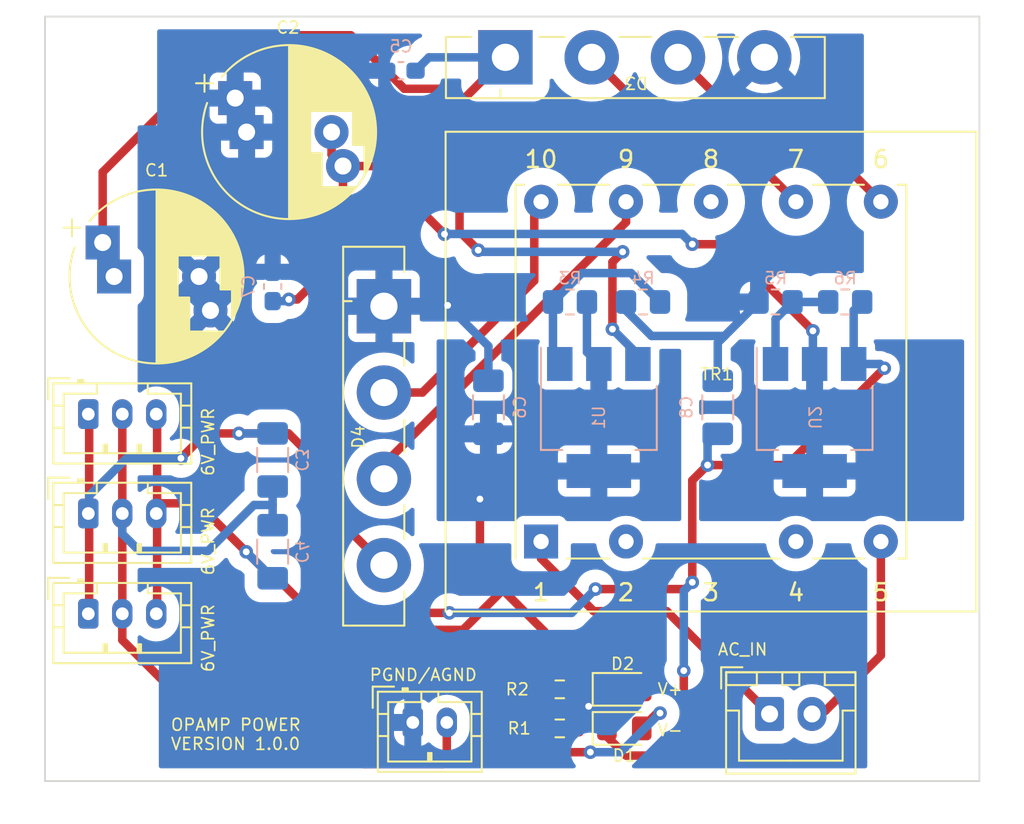
<source format=kicad_pcb>
(kicad_pcb (version 20211014) (generator pcbnew)
  (layers (0 "F.Cu" signal) (31 "B.Cu" signal) (34 "B.Paste" user) (35 "F.Paste" user) (36 "B.SilkS" user "B.Silkscreen") (37 "F.SilkS" user "F.Silkscreen") (38 "B.Mask" user) (39 "F.Mask" user) (44 "Edge.Cuts" user))
  (net 0 "")
  (net 1 "VPOS")
  (net 2 "PGND")
  (net 3 "VNEG")
  (net 4 "Net-(D2-Pad2)")
  (net 5 "+9V")
  (net 6 "-9V")
  (net 7 "-6V")
  (net 8 "+6V")
  (net 9 "Net-(D1-Pad2)")
  (net 10 "Net-(D3-Pad2)")
  (net 11 "Net-(D3-Pad3)")
  (net 12 "Net-(D4-Pad2)")
  (net 13 "Net-(D4-Pad3)")
  (net 14 "Net-(R3-Pad2)")
  (net 15 "Net-(R5-Pad1)")
  (net 16 "AGND")
  (footprint "MountingHole:MountingHole_3.2mm_M3" (layer "F.Cu") (at 113.5 119.25)
    (fp_text reference "H4" hide)
    (fp_text value "MountingHole")
    (pad "" np_thru_hole circle (at 0 0) (size 3.2 3.2) (drill 3.2) (layers *.Cu *.Mask))
  )
  (footprint "Connector_JST:JST_PH_B2B-PH-K_1x02_P2.00mm_Vertical" (layer "F.Cu") (at 132.65 118.55)
    (fp_text reference "J2" hide)
    (fp_text value "Conn_01x02_Male")
    (pad "1" thru_hole roundrect (at 0 0) (size 1.2 1.75) (drill 0.75) (layers *.Cu *.Mask) (roundrect_rratio 0.2083333333) (net 2 "PGND"))
    (pad "2" thru_hole oval (at 2 0) (size 1.2 1.75) (drill 0.75) (layers *.Cu *.Mask) (net 16 "AGND"))
  )
  (footprint "Capacitor_THT:CP_Radial_D10.0mm_P5.00mm_P7.50mm" (layer "F.Cu") (at 115.067323 92.3)
    (fp_text reference "C1" (at 2.5 -6.25 unlocked) (layer "F.SilkS") (effects (font (size 0.7 0.7) (thickness 0.1))))
    (fp_text value "1000U")
    (pad "1" thru_hole rect (at 0 0) (size 2 2) (drill 1) (layers *.Cu *.Mask) (net 5 "+9V"))
    (pad "1" thru_hole rect (at -0.672144 -2) (size 2 2) (drill 1) (layers *.Cu *.Mask) (net 5 "+9V"))
    (pad "2" thru_hole circle (at 5 0) (size 2 2) (drill 1) (layers *.Cu *.Mask) (net 2 "PGND"))
    (pad "2" thru_hole circle (at 5.672144 2) (size 2 2) (drill 1) (layers *.Cu *.Mask) (net 2 "PGND"))
  )
  (footprint "Resistor_SMD:R_0603_1608Metric_Pad0.98x0.95mm_HandSolder" (layer "F.Cu") (at 141.3 116.6)
    (fp_text reference "R2" (at -2.5 0 unlocked) (layer "F.SilkS") (effects (font (size 0.7 0.7) (thickness 0.1))))
    (fp_text value "750R")
    (pad "1" smd roundrect (at -0.9125 0) (size 0.975 0.95) (layers "F.Cu" "F.Paste" "F.Mask") (net 8 "+6V"))
    (pad "2" smd roundrect (at 0.9125 0) (size 0.975 0.95) (layers "F.Cu" "F.Paste" "F.Mask") (net 4 "Net-(D2-Pad2)"))
  )
  (footprint "Connector_JST:JST_PH_B3B-PH-K_1x03_P2.00mm_Vertical" (layer "F.Cu") (at 113.55 100.4)
    (fp_text reference "J3" hide)
    (fp_text value "Conn_01x03_Male")
    (pad "1" thru_hole roundrect (at 0 0) (size 1.2 1.75) (drill 0.75) (layers *.Cu *.Mask) (roundrect_rratio 0.2083333333) (net 7 "-6V"))
    (pad "2" thru_hole oval (at 2 0) (size 1.2 1.75) (drill 0.75) (layers *.Cu *.Mask) (net 16 "AGND"))
    (pad "3" thru_hole oval (at 4 0) (size 1.2 1.75) (drill 0.75) (layers *.Cu *.Mask) (net 8 "+6V"))
  )
  (footprint "Diode_THT:Diode_Bridge_Vishay_GBU" (layer "F.Cu") (at 130.95 94.05 -90)
    (fp_text reference "D4" (at 7.7 1.5 -270 unlocked) (layer "F.SilkS") (effects (font (size 0.7 0.7) (thickness 0.1))))
    (fp_text value "GBU4A")
    (pad "1" thru_hole rect (at 0 0 270) (size 3.2 3.2) (drill 1.6) (layers *.Cu *.Mask) (net 2 "PGND"))
    (pad "2" thru_hole circle (at 5.08 0 270) (size 3.2 3.2) (drill 1.6) (layers *.Cu *.Mask) (net 12 "Net-(D4-Pad2)"))
    (pad "3" thru_hole circle (at 10.16 0 270) (size 3.2 3.2) (drill 1.6) (layers *.Cu *.Mask) (net 13 "Net-(D4-Pad3)"))
    (pad "4" thru_hole circle (at 15.24 0 270) (size 3.2 3.2) (drill 1.6) (layers *.Cu *.Mask) (net 6 "-9V"))
  )
  (footprint "Resistor_SMD:R_0603_1608Metric_Pad0.98x0.95mm_HandSolder" (layer "F.Cu") (at 141.3 118.9 180)
    (fp_text reference "R1" (at 2.3875 0 unlocked) (layer "F.SilkS") (effects (font (size 0.7 0.7) (thickness 0.1))))
    (fp_text value "750R")
    (pad "1" smd roundrect (at -0.9125 0 180) (size 0.975 0.95) (layers "F.Cu" "F.Paste" "F.Mask") (net 2 "PGND"))
    (pad "2" smd roundrect (at 0.9125 0 180) (size 0.975 0.95) (layers "F.Cu" "F.Paste" "F.Mask") (net 9 "Net-(D1-Pad2)"))
  )
  (footprint "MountingHole:MountingHole_3.2mm_M3" (layer "F.Cu") (at 163.5 79.5)
    (fp_text reference "H1" hide)
    (fp_text value "MountingHole")
    (pad "" np_thru_hole circle (at 0 0) (size 3.2 3.2) (drill 3.2) (layers *.Cu *.Mask))
  )
  (footprint "Connector_JST:JST_PH_B3B-PH-K_1x03_P2.00mm_Vertical" (layer "F.Cu") (at 113.55 106.25)
    (fp_text reference "J4" hide)
    (fp_text value "Conn_01x03_Male")
    (pad "1" thru_hole roundrect (at 0 0) (size 1.2 1.75) (drill 0.75) (layers *.Cu *.Mask) (roundrect_rratio 0.2083333333) (net 7 "-6V"))
    (pad "2" thru_hole oval (at 2 0) (size 1.2 1.75) (drill 0.75) (layers *.Cu *.Mask) (net 16 "AGND"))
    (pad "3" thru_hole oval (at 4 0) (size 1.2 1.75) (drill 0.75) (layers *.Cu *.Mask) (net 8 "+6V"))
  )
  (footprint "Connector_JST:JST_PH_B3B-PH-K_1x03_P2.00mm_Vertical" (layer "F.Cu") (at 113.55 112.15)
    (fp_text reference "J5" hide)
    (fp_text value "Conn_01x03_Male")
    (pad "1" thru_hole roundrect (at 0 0) (size 1.2 1.75) (drill 0.75) (layers *.Cu *.Mask) (roundrect_rratio 0.2083333333) (net 7 "-6V"))
    (pad "2" thru_hole oval (at 2 0) (size 1.2 1.75) (drill 0.75) (layers *.Cu *.Mask) (net 16 "AGND"))
    (pad "3" thru_hole oval (at 4 0) (size 1.2 1.75) (drill 0.75) (layers *.Cu *.Mask) (net 8 "+6V"))
  )
  (footprint "MountingHole:MountingHole_3.2mm_M3" (layer "F.Cu") (at 113.5 79.5)
    (fp_text reference "H2" hide)
    (fp_text value "MountingHole")
    (pad "" np_thru_hole circle (at 0 0) (size 3.2 3.2) (drill 3.2) (layers *.Cu *.Mask))
  )
  (footprint "LED_SMD:LED_0805_2012Metric_Pad1.15x1.40mm_HandSolder" (layer "F.Cu") (at 145.1 118.9)
    (fp_text reference "D1" (at 0 1.6 unlocked) (layer "F.SilkS") (effects (font (size 0.7 0.7) (thickness 0.1))))
    (fp_text value "LED")
    (pad "1" smd roundrect (at -1.025 0) (size 1.15 1.4) (layers "F.Cu" "F.Paste" "F.Mask") (roundrect_rratio 0.2173913043) (net 7 "-6V"))
    (pad "2" smd roundrect (at 1.025 0) (size 1.15 1.4) (layers "F.Cu" "F.Paste" "F.Mask") (roundrect_rratio 0.2173913043) (net 9 "Net-(D1-Pad2)"))
  )
  (footprint "Diode_THT:Diode_Bridge_Vishay_GBU" (layer "F.Cu") (at 138.1 79.4)
    (fp_text reference "D3" (at 7.7 1.5 -180 unlocked) (layer "F.SilkS") (effects (font (size 0.7 0.7) (thickness 0.1))))
    (fp_text value "GBU4A")
    (pad "1" thru_hole rect (at 0 0) (size 3.2 3.2) (drill 1.6) (layers *.Cu *.Mask) (net 5 "+9V"))
    (pad "2" thru_hole circle (at 5.08 0) (size 3.2 3.2) (drill 1.6) (layers *.Cu *.Mask) (net 10 "Net-(D3-Pad2)"))
    (pad "3" thru_hole circle (at 10.16 0) (size 3.2 3.2) (drill 1.6) (layers *.Cu *.Mask) (net 11 "Net-(D3-Pad3)"))
    (pad "4" thru_hole circle (at 15.24 0) (size 3.2 3.2) (drill 1.6) (layers *.Cu *.Mask) (net 2 "PGND"))
  )
  (footprint "Transformer_THT:Transformer_Breve_TEZ-28x33" (layer "F.Cu") (at 140.2 107.9)
    (fp_text reference "TR1" (at 10.35 -9.85 unlocked) (layer "F.SilkS") (effects (font (size 0.7 0.7) (thickness 0.1))))
    (fp_text value "TEZ2.6-D-2")
    (fp_text user "4" (at 15 3) (layer "F.SilkS"))
    (fp_text user "3" (at 10 3) (layer "F.SilkS"))
    (fp_text user "9" (at 5 -22.5) (layer "F.SilkS"))
    (fp_text user "5" (at 20 3) (layer "F.SilkS"))
    (fp_text user "10" (at 0 -22.5) (layer "F.SilkS"))
    (fp_text user "8" (at 10 -22.5) (layer "F.SilkS"))
    (fp_text user "6" (at 20 -22.5) (layer "F.SilkS"))
    (fp_text user "7" (at 15 -22.5) (layer "F.SilkS"))
    (fp_text user "2" (at 5 3) (layer "F.SilkS"))
    (fp_text user "1" (at 0 3) (layer "F.SilkS"))
    (pad "1" thru_hole rect (at 0 0) (size 2 2) (drill 0.9) (layers *.Cu *.Mask) (net 1 "VPOS"))
    (pad "2" thru_hole circle (at 5 0) (size 2 2) (drill 0.9) (layers *.Cu *.Mask))
    (pad "4" thru_hole circle (at 15 0) (size 2 2) (drill 0.9) (layers *.Cu *.Mask))
    (pad "5" thru_hole circle (at 20 0) (size 2 2) (drill 0.9) (layers *.Cu *.Mask) (net 3 "VNEG"))
    (pad "6" thru_hole circle (at 20 -20) (size 2 2) (drill 0.9) (layers *.Cu *.Mask) (net 11 "Net-(D3-Pad3)"))
    (pad "7" thru_hole circle (at 15 -20) (size 2 2) (drill 0.9) (layers *.Cu *.Mask) (net 10 "Net-(D3-Pad2)"))
    (pad "8" thru_hole circle (at 10 -20) (size 2 2) (drill 0.9) (layers *.Cu *.Mask))
    (pad "9" thru_hole circle (at 5 -20) (size 2 2) (drill 0.9) (layers *.Cu *.Mask) (net 13 "Net-(D4-Pad3)"))
    (pad "10" thru_hole circle (at 0 -20) (size 2 2) (drill 0.9) (layers *.Cu *.Mask) (net 12 "Net-(D4-Pad2)"))
  )
  (footprint "MountingHole:MountingHole_3.2mm_M3" (layer "F.Cu") (at 163.5 119.5)
    (fp_text reference "H3" hide)
    (fp_text value "MountingHole")
    (pad "" np_thru_hole circle (at 0 0) (size 3.2 3.2) (drill 3.2) (layers *.Cu *.Mask))
  )
  (footprint "Capacitor_THT:CP_Radial_D10.0mm_P5.00mm_P7.50mm" (layer "F.Cu") (at 122.867323 83.8)
    (fp_text reference "C2" (at 2.432677 -6.15 unlocked) (layer "F.SilkS") (effects (font (size 0.7 0.7) (thickness 0.1))))
    (fp_text value "1000U")
    (pad "1" thru_hole rect (at 0 0) (size 2 2) (drill 1) (layers *.Cu *.Mask) (net 2 "PGND"))
    (pad "1" thru_hole rect (at -0.672144 -2) (size 2 2) (drill 1) (layers *.Cu *.Mask) (net 2 "PGND"))
    (pad "2" thru_hole circle (at 5 0) (size 2 2) (drill 1) (layers *.Cu *.Mask) (net 6 "-9V"))
    (pad "2" thru_hole circle (at 5.672144 2) (size 2 2) (drill 1) (layers *.Cu *.Mask) (net 6 "-9V"))
  )
  (footprint "Connector_JST:JST_XH_B2B-XH-A_1x02_P2.50mm_Vertical" (layer "F.Cu") (at 153.65 118.05)
    (fp_text reference "J1" hide)
    (fp_text value "Conn_01x02_Male")
    (pad "1" thru_hole roundrect (at 0 0) (size 1.7 2) (drill 1) (layers *.Cu *.Mask) (roundrect_rratio 0.1470588235) (net 1 "VPOS"))
    (pad "2" thru_hole oval (at 2.5 0) (size 1.7 2) (drill 1) (layers *.Cu *.Mask) (net 3 "VNEG"))
  )
  (footprint "LED_SMD:LED_0805_2012Metric_Pad1.15x1.40mm_HandSolder" (layer "F.Cu") (at 145.1 116.6)
    (fp_text reference "D2" (at -0.1 -1.5 unlocked) (layer "F.SilkS") (effects (font (size 0.7 0.7) (thickness 0.1))))
    (fp_text value "LED")
    (pad "1" smd roundrect (at -1.025 0) (size 1.15 1.4) (layers "F.Cu" "F.Paste" "F.Mask") (roundrect_rratio 0.2173913043) (net 2 "PGND"))
    (pad "2" smd roundrect (at 1.025 0) (size 1.15 1.4) (layers "F.Cu" "F.Paste" "F.Mask") (roundrect_rratio 0.2173913043) (net 4 "Net-(D2-Pad2)"))
  )
  (footprint "Resistor_SMD:R_0805_2012Metric_Pad1.20x1.40mm_HandSolder" (layer "B.Cu") (at 146.2 93.8 180)
    (fp_text reference "R4" (at 0 1.4 unlocked) (layer "B.SilkS") (effects (font (size 0.7 0.7) (thickness 0.1)) (justify mirror)))
    (fp_text value "820R")
    (pad "1" smd roundrect (at -1 0 180) (size 1.2 1.4) (layers "B.Cu" "B.Paste" "B.Mask") (roundrect_rratio 0.2083333333) (net 14 "Net-(R3-Pad2)"))
    (pad "2" smd roundrect (at 1 0 180) (size 1.2 1.4) (layers "B.Cu" "B.Paste" "B.Mask") (roundrect_rratio 0.2083333333) (net 2 "PGND"))
  )
  (footprint "Resistor_SMD:R_0805_2012Metric_Pad1.20x1.40mm_HandSolder" (layer "B.Cu") (at 158.1 93.8 180)
    (fp_text reference "R6" (at 0 1.4 unlocked) (layer "B.SilkS") (effects (font (size 0.7 0.7) (thickness 0.1)) (justify mirror)))
    (fp_text value "220R")
    (pad "1" smd roundrect (at -1 0 180) (size 1.2 1.4) (layers "B.Cu" "B.Paste" "B.Mask") (roundrect_rratio 0.2083333333) (net 7 "-6V"))
    (pad "2" smd roundrect (at 1 0 180) (size 1.2 1.4) (layers "B.Cu" "B.Paste" "B.Mask") (roundrect_rratio 0.2083333333) (net 15 "Net-(R5-Pad1)"))
  )
  (footprint "Package_TO_SOT_SMD:SOT-223-3_TabPin2" (layer "B.Cu") (at 156.3 100.6 -90)
    (fp_text reference "U2" (at 0 0 -90 unlocked) (layer "B.SilkS") (effects (font (size 0.7 0.7) (thickness 0.1)) (justify mirror)))
    (fp_text value "LM337_SOT223")
    (pad "1" smd rect (at -3.15 2.3 270) (size 2 1.5) (layers "B.Cu" "B.Paste" "B.Mask") (net 15 "Net-(R5-Pad1)"))
    (pad "2" smd rect (at -3.15 0 270) (size 2 1.5) (layers "B.Cu" "B.Paste" "B.Mask") (net 6 "-9V"))
    (pad "2" smd rect (at 3.15 0 270) (size 2 3.8) (layers "B.Cu" "B.Paste" "B.Mask") (net 6 "-9V"))
    (pad "3" smd rect (at -3.15 -2.3 270) (size 2 1.5) (layers "B.Cu" "B.Paste" "B.Mask") (net 7 "-6V"))
  )
  (footprint "Resistor_SMD:R_0805_2012Metric_Pad1.20x1.40mm_HandSolder" (layer "B.Cu") (at 154 93.8 180)
    (fp_text reference "R5" (at 0 1.4 unlocked) (layer "B.SilkS") (effects (font (size 0.7 0.7) (thickness 0.1)) (justify mirror)))
    (fp_text value "820R")
    (pad "1" smd roundrect (at -1 0 180) (size 1.2 1.4) (layers "B.Cu" "B.Paste" "B.Mask") (roundrect_rratio 0.2083333333) (net 15 "Net-(R5-Pad1)"))
    (pad "2" smd roundrect (at 1 0 180) (size 1.2 1.4) (layers "B.Cu" "B.Paste" "B.Mask") (roundrect_rratio 0.2083333333) (net 2 "PGND"))
  )
  (footprint "Capacitor_SMD:C_1206_3216Metric_Pad1.33x1.80mm_HandSolder" (layer "B.Cu") (at 124.4 108.5 90)
    (fp_text reference "C4" (at 0 1.7 270 unlocked) (layer "B.SilkS") (effects (font (size 0.7 0.7) (thickness 0.1)) (justify mirror)))
    (fp_text value "10U")
    (pad "1" smd roundrect (at -1.5625 0 90) (size 1.325 1.8) (layers "B.Cu" "B.Paste" "B.Mask") (roundrect_rratio 0.1886792453) (net 8 "+6V"))
    (pad "2" smd roundrect (at 1.5625 0 90) (size 1.325 1.8) (layers "B.Cu" "B.Paste" "B.Mask") (roundrect_rratio 0.1886792453) (net 16 "AGND"))
  )
  (footprint "Capacitor_SMD:C_0603_1608Metric_Pad1.08x0.95mm_HandSolder" (layer "B.Cu") (at 124.4 92.8875 -90)
    (fp_text reference "C7" (at 0 1.43 90 unlocked) (layer "B.SilkS") (effects (font (size 0.7 0.7) (thickness 0.1)) (justify mirror)))
    (fp_text value "0.1U")
    (pad "1" smd roundrect (at -0.8625 0 270) (size 1.075 0.95) (layers "B.Cu" "B.Paste" "B.Mask") (net 2 "PGND"))
    (pad "2" smd roundrect (at 0.8625 0 270) (size 1.075 0.95) (layers "B.Cu" "B.Paste" "B.Mask") (net 6 "-9V"))
  )
  (footprint "Resistor_SMD:R_0805_2012Metric_Pad1.20x1.40mm_HandSolder" (layer "B.Cu") (at 141.9 93.8 180)
    (fp_text reference "R3" (at 0 1.4 unlocked) (layer "B.SilkS") (effects (font (size 0.7 0.7) (thickness 0.1)) (justify mirror)))
    (fp_text value "220R")
    (pad "1" smd roundrect (at -1 0 180) (size 1.2 1.4) (layers "B.Cu" "B.Paste" "B.Mask") (roundrect_rratio 0.2083333333) (net 8 "+6V"))
    (pad "2" smd roundrect (at 1 0 180) (size 1.2 1.4) (layers "B.Cu" "B.Paste" "B.Mask") (roundrect_rratio 0.2083333333) (net 14 "Net-(R3-Pad2)"))
  )
  (footprint "Capacitor_SMD:C_1206_3216Metric_Pad1.33x1.80mm_HandSolder" (layer "B.Cu") (at 137.1 100 90)
    (fp_text reference "C6" (at 0 1.85 90 unlocked) (layer "B.SilkS") (effects (font (size 0.7 0.7) (thickness 0.1)) (justify mirror)))
    (fp_text value "10U")
    (pad "1" smd roundrect (at -1.5625 0 90) (size 1.325 1.8) (layers "B.Cu" "B.Paste" "B.Mask") (roundrect_rratio 0.1886792453) (net 8 "+6V"))
    (pad "2" smd roundrect (at 1.5625 0 90) (size 1.325 1.8) (layers "B.Cu" "B.Paste" "B.Mask") (roundrect_rratio 0.1886792453) (net 2 "PGND"))
  )
  (footprint "Capacitor_SMD:C_0603_1608Metric_Pad1.08x0.95mm_HandSolder" (layer "B.Cu") (at 131.95 80.1875 180)
    (fp_text reference "C5" (at 0 1.43 unlocked) (layer "B.SilkS") (effects (font (size 0.7 0.7) (thickness 0.1)) (justify mirror)))
    (fp_text value "0.1U")
    (pad "1" smd roundrect (at -0.8625 0 180) (size 1.075 0.95) (layers "B.Cu" "B.Paste" "B.Mask") (net 5 "+9V"))
    (pad "2" smd roundrect (at 0.8625 0 180) (size 1.075 0.95) (layers "B.Cu" "B.Paste" "B.Mask") (net 2 "PGND"))
  )
  (footprint "Capacitor_SMD:C_1206_3216Metric_Pad1.33x1.80mm_HandSolder" (layer "B.Cu") (at 124.4 103.1 90)
    (fp_text reference "C3" (at 0 1.7 270 unlocked) (layer "B.SilkS") (effects (font (size 0.7 0.7) (thickness 0.1)) (justify mirror)))
    (fp_text value "10U")
    (pad "1" smd roundrect (at -1.5625 0 90) (size 1.325 1.8) (layers "B.Cu" "B.Paste" "B.Mask") (roundrect_rratio 0.1886792453) (net 16 "AGND"))
    (pad "2" smd roundrect (at 1.5625 0 90) (size 1.325 1.8) (layers "B.Cu" "B.Paste" "B.Mask") (roundrect_rratio 0.1886792453) (net 7 "-6V"))
  )
  (footprint "Package_TO_SOT_SMD:SOT-223-3_TabPin2" (layer "B.Cu") (at 143.6 100.6 -90)
    (fp_text reference "U1" (at 0 0 90 unlocked) (layer "B.SilkS") (effects (font (size 0.7 0.7) (thickness 0.1)) (justify mirror)))
    (fp_text value "LM317_SOT-223")
    (pad "1" smd rect (at -3.15 2.3 270) (size 2 1.5) (layers "B.Cu" "B.Paste" "B.Mask") (net 14 "Net-(R3-Pad2)"))
    (pad "2" smd rect (at -3.15 0 270) (size 2 1.5) (layers "B.Cu" "B.Paste" "B.Mask") (net 8 "+6V"))
    (pad "2" smd rect (at 3.15 0 270) (size 2 3.8) (layers "B.Cu" "B.Paste" "B.Mask") (net 8 "+6V"))
    (pad "3" smd rect (at -3.15 -2.3 270) (size 2 1.5) (layers "B.Cu" "B.Paste" "B.Mask") (net 5 "+9V"))
  )
  (footprint "Capacitor_SMD:C_1206_3216Metric_Pad1.33x1.80mm_HandSolder" (layer "B.Cu") (at 150.6 100 -90)
    (fp_text reference "C8" (at 0 1.85 90 unlocked) (layer "B.SilkS") (effects (font (size 0.7 0.7) (thickness 0.1)) (justify mirror)))
    (fp_text value "10U")
    (pad "1" smd roundrect (at -1.5625 0 270) (size 1.325 1.8) (layers "B.Cu" "B.Paste" "B.Mask") (roundrect_rratio 0.1886792453) (net 2 "PGND"))
    (pad "2" smd roundrect (at 1.5625 0 270) (size 1.325 1.8) (layers "B.Cu" "B.Paste" "B.Mask") (roundrect_rratio 0.1886792453) (net 7 "-6V"))
  )
  (gr_line (start 166 122) (end 111 122) (layer "Edge.Cuts") (width 0.1))
  (gr_line (start 111 122) (end 111 77) (layer "Edge.Cuts") (width 0.1))
  (gr_line (start 166 77) (end 166 122) (layer "Edge.Cuts") (width 0.1))
  (gr_line (start 111 77) (end 166 77) (layer "Edge.Cuts") (width 0.1))
  (gr_text "PGND/AGND" (at 130.05 115.75) (layer "F.SilkS") (effects (font (size 0.7 0.7) (thickness 0.1)) (justify left)))
  (gr_text "OPAMP POWER\nVERSION 1.0.0" (at 118.35 119.25) (layer "F.SilkS") (effects (font (size 0.7 0.7) (thickness 0.1)) (justify left)))
  (gr_text "6V_PWR" (at 120.6 104.1 90) (layer "F.SilkS") (effects (font (size 0.7 0.7) (thickness 0.1)) (justify left)))
  (gr_text "6V_PWR" (at 120.6 115.65 90) (layer "F.SilkS") (effects (font (size 0.7 0.7) (thickness 0.1)) (justify left)))
  (gr_text "6V_PWR" (at 120.6 109.95 90) (layer "F.SilkS") (effects (font (size 0.7 0.7) (thickness 0.1)) (justify left)))
  (gr_text "AC_IN" (at 150.55 114.25) (layer "F.SilkS") (effects (font (size 0.7 0.7) (thickness 0.1)) (justify left)))
  (gr_text "V+" (at 147 116.6) (layer "F.SilkS") (effects (font (size 0.7 0.7) (thickness 0.1)) (justify left)))
  (gr_text "V-" (at 147 119) (layer "F.SilkS") (effects (font (size 0.7 0.7) (thickness 0.1)) (justify left)))
  (segment (start 153.65 117.875) (end 153.475 117.875) (width 0.5) (layer "F.Cu") (net 1))
  (segment (start 153.475 117.875) (end 147.6 112) (width 0.5) (layer "F.Cu") (net 1))
  (segment (start 143.3 112) (end 140.2 108.9) (width 0.5) (layer "F.Cu") (net 1))
  (segment (start 147.6 112) (end 143.3 112) (width 0.5) (layer "F.Cu") (net 1))
  (segment (start 140.2 108.9) (end 140.2 107.9) (width 0.5) (layer "F.Cu") (net 1))
  (segment (start 143.075 117.6) (end 143 117.6) (width 0.5) (layer "F.Cu") (net 2))
  (segment (start 134.7 94) (end 131 94) (width 0.5) (layer "F.Cu") (net 2))
  (segment (start 131 94) (end 130.95 94.05) (width 0.5) (layer "F.Cu") (net 2))
  (segment (start 142.2125 118.9) (end 142.2125 118.3875) (width 0.5) (layer "F.Cu") (net 2))
  (segment (start 144.075 116.6) (end 143.075 117.6) (width 0.5) (layer "F.Cu") (net 2))
  (segment (start 142.2125 118.3875) (end 143 117.6) (width 0.5) (layer "F.Cu") (net 2))
  (via (at 134.7 94) (size 0.8) (drill 0.4) (layers "F.Cu" "B.Cu") (net 2))
  (via (at 143 117.6) (size 0.8) (drill 0.4) (layers "F.Cu" "B.Cu") (net 2))
  (segment (start 150.6 96.2) (end 151 95.8) (width 0.5) (layer "B.Cu") (net 2))
  (segment (start 145.2 94.3) (end 146.7 95.8) (width 0.5) (layer "B.Cu") (net 2))
  (segment (start 146.7 95.8) (end 151 95.8) (width 0.5) (layer "B.Cu") (net 2))
  (segment (start 137.1 96.4) (end 134.7 94) (width 0.5) (layer "B.Cu") (net 2))
  (segment (start 145.2 93.8) (end 145.2 94.3) (width 0.5) (layer "B.Cu") (net 2))
  (segment (start 137.1 98.4375) (end 137.1 96.4) (width 0.5) (layer "B.Cu") (net 2))
  (segment (start 150.6 98.4375) (end 150.6 96.2) (width 0.5) (layer "B.Cu") (net 2))
  (segment (start 151 95.8) (end 153 93.8) (width 0.5) (layer "B.Cu") (net 2))
  (segment (start 160.2 107.9) (end 160.2 114.6) (width 0.5) (layer "F.Cu") (net 3))
  (segment (start 160.2 114.6) (end 156.925 117.875) (width 0.5) (layer "F.Cu") (net 3))
  (segment (start 156.925 117.875) (end 156.15 117.875) (width 0.5) (layer "F.Cu") (net 3))
  (segment (start 146.125 116.525) (end 144.4 114.8) (width 0.5) (layer "F.Cu") (net 4))
  (segment (start 146.125 116.6) (end 146.125 116.525) (width 0.5) (layer "F.Cu") (net 4))
  (segment (start 144.0125 114.8) (end 142.2125 116.6) (width 0.5) (layer "F.Cu") (net 4))
  (segment (start 144.4 114.8) (end 144.0125 114.8) (width 0.5) (layer "F.Cu") (net 4))
  (segment (start 120.05 78.1) (end 118.4 79.75) (width 0.5) (layer "F.Cu") (net 5))
  (segment (start 136.5 90.75) (end 135.4 89.65) (width 0.5) (layer "F.Cu") (net 5))
  (segment (start 115.067323 90.972144) (end 114.395179 90.3) (width 0.5) (layer "F.Cu") (net 5))
  (segment (start 118.4 79.75) (end 118.4 82.15) (width 0.5) (layer "F.Cu") (net 5))
  (segment (start 138.1 79.4) (end 135.4 82.1) (width 0.5) (layer "F.Cu") (net 5))
  (segment (start 134.55 81.25) (end 132.15 81.25) (width 0.5) (layer "F.Cu") (net 5))
  (segment (start 118.4 82.15) (end 114.395179 86.154821) (width 0.5) (layer "F.Cu") (net 5))
  (segment (start 144.4 91.45) (end 145 90.85) (width 0.5) (layer "F.Cu") (net 5))
  (segment (start 135.4 89.65) (end 135.4 82.1) (width 0.5) (layer "F.Cu") (net 5))
  (segment (start 114.395179 86.154821) (end 114.395179 90.3) (width 0.5) (layer "F.Cu") (net 5))
  (segment (start 135.4 82.1) (end 134.55 81.25) (width 0.5) (layer "F.Cu") (net 5))
  (segment (start 115.067323 92.3) (end 115.067323 90.972144) (width 0.5) (layer "F.Cu") (net 5))
  (segment (start 132.15 81.25) (end 129 78.1) (width 0.5) (layer "F.Cu") (net 5))
  (segment (start 129 78.1) (end 120.05 78.1) (width 0.5) (layer "F.Cu") (net 5))
  (segment (start 144.4 95.4) (end 144.4 91.45) (width 0.5) (layer "F.Cu") (net 5))
  (via (at 145 90.85) (size 0.8) (drill 0.4) (layers "F.Cu" "B.Cu") (net 5))
  (via (at 144.4 95.4) (size 0.8) (drill 0.4) (layers "F.Cu" "B.Cu") (net 5))
  (via (at 136.5 90.75) (size 0.8) (drill 0.4) (layers "F.Cu" "B.Cu") (net 5))
  (segment (start 145.9 96.9) (end 144.4 95.4) (width 0.5) (layer "B.Cu") (net 5))
  (segment (start 145.9 97.45) (end 145.9 96.9) (width 0.5) (layer "B.Cu") (net 5))
  (segment (start 136.6 90.85) (end 136.5 90.75) (width 0.5) (layer "B.Cu") (net 5))
  (segment (start 132.8125 80.1875) (end 133.6 79.4) (width 0.5) (layer "B.Cu") (net 5))
  (segment (start 133.6 79.4) (end 138.1 79.4) (width 0.5) (layer "B.Cu") (net 5))
  (segment (start 145 90.85) (end 136.6 90.85) (width 0.5) (layer "B.Cu") (net 5))
  (segment (start 127.867323 85.127856) (end 128.539467 85.8) (width 0.5) (layer "F.Cu") (net 6))
  (segment (start 151.1 90.4) (end 156.2 95.5) (width 0.5) (layer "F.Cu") (net 6))
  (segment (start 128.539467 85.8) (end 130.505022 85.8) (width 0.5) (layer "F.Cu") (net 6))
  (segment (start 125.35 93.65) (end 125.85 93.65) (width 0.5) (layer "F.Cu") (net 6))
  (segment (start 127.9 106.24) (end 127.9 94.15) (width 0.5) (layer "F.Cu") (net 6))
  (segment (start 127.9 94.15) (end 126.625 92.875) (width 0.5) (layer "F.Cu") (net 6))
  (segment (start 130.95 109.29) (end 127.9 106.24) (width 0.5) (layer "F.Cu") (net 6))
  (segment (start 127.867323 83.8) (end 127.867323 85.127856) (width 0.5) (layer "F.Cu") (net 6))
  (segment (start 125.85 93.65) (end 126.625 92.875) (width 0.5) (layer "F.Cu") (net 6))
  (segment (start 149.1 90.4) (end 151.1 90.4) (width 0.5) (layer "F.Cu") (net 6))
  (segment (start 128.539467 85.8) (end 128.539467 90.960533) (width 0.5) (layer "F.Cu") (net 6))
  (segment (start 128.539467 90.960533) (end 126.625 92.875) (width 0.5) (layer "F.Cu") (net 6))
  (segment (start 130.505022 85.8) (end 134.514804 89.809782) (width 0.5) (layer "F.Cu") (net 6))
  (via (at 125.35 93.65) (size 0.8) (drill 0.4) (layers "F.Cu" "B.Cu") (net 6))
  (via (at 156.2 95.5) (size 0.8) (drill 0.4) (layers "F.Cu" "B.Cu") (net 6))
  (via (at 149.1 90.4) (size 0.8) (drill 0.4) (layers "F.Cu" "B.Cu") (net 6))
  (via (at 134.514804 89.809782) (size 0.8) (drill 0.4) (layers "F.Cu" "B.Cu") (net 6))
  (segment (start 149.1 90.4) (end 148.495885 89.795885) (width 0.5) (layer "B.Cu") (net 6))
  (segment (start 125.25 93.75) (end 125.35 93.65) (width 0.5) (layer "B.Cu") (net 6))
  (segment (start 156.2 95.5) (end 156.2 97.35) (width 0.5) (layer "B.Cu") (net 6))
  (segment (start 148.495885 89.795885) (end 134.528701 89.795885) (width 0.5) (layer "B.Cu") (net 6))
  (segment (start 156.2 97.35) (end 156.3 97.45) (width 0.5) (layer "B.Cu") (net 6))
  (segment (start 124.4 93.75) (end 125.25 93.75) (width 0.5) (layer "B.Cu") (net 6))
  (segment (start 134.528701 89.795885) (end 134.514804 89.809782) (width 0.5) (layer "B.Cu") (net 6))
  (segment (start 120.4625 101.5375) (end 119 103) (width 0.5) (layer "F.Cu") (net 7))
  (segment (start 145.2 120.5) (end 147.5 120.5) (width 0.5) (layer "F.Cu") (net 7))
  (segment (start 126.7 110.1) (end 126.6 110.2) (width 0.5) (layer "F.Cu") (net 7))
  (segment (start 143.4 110.7) (end 148.7 110.7) (width 0.5) (layer "F.Cu") (net 7))
  (segment (start 126.7 102.9) (end 126.7 110.1) (width 0.5) (layer "F.Cu") (net 7))
  (segment (start 148.6 119.4) (end 148.6 115.5) (width 0.5) (layer "F.Cu") (net 7))
  (segment (start 120.4625 101.5375) (end 122.4125 101.5375) (width 0.5) (layer "F.Cu") (net 7))
  (segment (start 113.6 111.55) (end 113.6 105.65) (width 0.5) (layer "F.Cu") (net 7))
  (segment (start 128.5 112.1) (end 134.8 112.1) (width 0.5) (layer "F.Cu") (net 7))
  (segment (start 113.6 105.65) (end 113.6 99.8) (width 0.5) (layer "F.Cu") (net 7))
  (segment (start 147.5 120.5) (end 148.6 119.4) (width 0.5) (layer "F.Cu") (net 7))
  (segment (start 122.4125 101.5375) (end 125.3375 101.5375) (width 0.5) (layer "F.Cu") (net 7))
  (segment (start 126.6 110.2) (end 128.5 112.1) (width 0.5) (layer "F.Cu") (net 7))
  (segment (start 148.7 110.7) (end 149.1 110.3) (width 0.5) (layer "F.Cu") (net 7))
  (segment (start 144.075 118.9) (end 144.075 119.375) (width 0.5) (layer "F.Cu") (net 7))
  (segment (start 144.075 119.375) (end 145.2 120.5) (width 0.5) (layer "F.Cu") (net 7))
  (segment (start 149.1 104.3) (end 150 103.4) (width 0.5) (layer "F.Cu") (net 7))
  (segment (start 160.4 97.7) (end 154.7 103.4) (width 0.5) (layer "F.Cu") (net 7))
  (segment (start 125.3375 101.5375) (end 126.7 102.9) (width 0.5) (layer "F.Cu") (net 7))
  (segment (start 154.7 103.4) (end 150 103.4) (width 0.5) (layer "F.Cu") (net 7))
  (segment (start 149.1 110.3) (end 149.1 104.3) (width 0.5) (layer "F.Cu") (net 7))
  (via (at 149.1 110.3) (size 0.8) (drill 0.4) (layers "F.Cu" "B.Cu") (net 7))
  (via (at 134.8 112.1) (size 0.8) (drill 0.4) (layers "F.Cu" "B.Cu") (net 7))
  (via (at 150 103.4) (size 0.8) (drill 0.4) (layers "F.Cu" "B.Cu") (net 7))
  (via (at 119 103) (size 0.8) (drill 0.4) (layers "F.Cu" "B.Cu") (net 7))
  (via (at 122.4125 101.5375) (size 0.8) (drill 0.4) (layers "F.Cu" "B.Cu") (net 7))
  (via (at 143.4 110.7) (size 0.8) (drill 0.4) (layers "F.Cu" "B.Cu") (net 7))
  (via (at 148.6 115.5) (size 0.8) (drill 0.4) (layers "F.Cu" "B.Cu") (net 7))
  (via (at 160.4 97.7) (size 0.8) (drill 0.4) (layers "F.Cu" "B.Cu") (net 7))
  (segment (start 150 102.1625) (end 150.6 101.5625) (width 0.5) (layer "B.Cu") (net 7))
  (segment (start 158.6 97.45) (end 158.6 94.3) (width 0.5) (layer "B.Cu") (net 7))
  (segment (start 134.8 112.1) (end 142 112.1) (width 0.5) (layer "B.Cu") (net 7))
  (segment (start 113.6 105.2) (end 113.6 105.65) (width 0.5) (layer "B.Cu") (net 7))
  (segment (start 148.6 110.8) (end 149.1 110.3) (width 0.5) (layer "B.Cu") (net 7))
  (segment (start 150 103.4) (end 150 102.1625) (width 0.5) (layer "B.Cu") (net 7))
  (segment (start 148.6 115.5) (end 148.6 110.8) (width 0.5) (layer "B.Cu") (net 7))
  (segment (start 158.6 97.45) (end 160.15 97.45) (width 0.5) (layer "B.Cu") (net 7))
  (segment (start 119 103) (end 115.8 103) (width 0.5) (layer "B.Cu") (net 7))
  (segment (start 158.6 94.3) (end 159.1 93.8) (width 0.5) (layer "B.Cu") (net 7))
  (segment (start 160.15 97.45) (end 160.4 97.7) (width 0.5) (layer "B.Cu") (net 7))
  (segment (start 122.4125 101.5375) (end 124.4 101.5375) (width 0.5) (layer "B.Cu") (net 7))
  (segment (start 142 112.1) (end 143.4 110.7) (width 0.5) (layer "B.Cu") (net 7))
  (segment (start 115.8 103) (end 113.6 105.2) (width 0.5) (layer "B.Cu") (net 7))
  (segment (start 124.4 110.0625) (end 124.6625 110.0625) (width 0.5) (layer "F.Cu") (net 8))
  (segment (start 135.6 113.1) (end 137.95 110.75) (width 0.5) (layer "F.Cu") (net 8))
  (segment (start 124.4 110.0625) (end 122.84375 108.50625) (width 0.5) (layer "F.Cu") (net 8))
  (segment (start 117.6 99.8) (end 117.6 105.65) (width 0.5) (layer "F.Cu") (net 8))
  (segment (start 136.6 109.4) (end 137.95 110.75) (width 0.5) (layer "F.Cu") (net 8))
  (segment (start 136.6 109.4) (end 136.6 105.4) (width 0.5) (layer "F.Cu") (net 8))
  (segment (start 127.7 113.1) (end 135.6 113.1) (width 0.5) (layer "F.Cu") (net 8))
  (segment (start 122.84375 108.50625) (end 119.9875 105.65) (width 0.5) (layer "F.Cu") (net 8))
  (segment (start 117.6 111.55) (end 117.6 105.65) (width 0.5) (layer "F.Cu") (net 8))
  (segment (start 140.3875 116.6) (end 140.3875 113.1875) (width 0.5) (layer "F.Cu") (net 8))
  (segment (start 119.9875 105.65) (end 117.6 105.65) (width 0.5) (layer "F.Cu") (net 8))
  (segment (start 140.3875 113.1875) (end 137.95 110.75) (width 0.5) (layer "F.Cu") (net 8))
  (segment (start 124.6625 110.0625) (end 127.7 113.1) (width 0.5) (layer "F.Cu") (net 8))
  (via (at 122.84375 108.50625) (size 0.8) (drill 0.4) (layers "F.Cu" "B.Cu") (net 8))
  (via (at 136.6 105.4) (size 0.8) (drill 0.4) (layers "F.Cu" "B.Cu") (net 8))
  (segment (start 142.9 93.8) (end 142.9 96.75) (width 0.5) (layer "B.Cu") (net 8))
  (segment (start 142.9 96.75) (end 143.6 97.45) (width 0.5) (layer "B.Cu") (net 8))
  (segment (start 124.4 110.0625) (end 122.84375 108.50625) (width 0.5) (layer "B.Cu") (net 8))
  (segment (start 141.7875 120.3) (end 143.1 120.3) (width 0.5) (layer "F.Cu") (net 9))
  (segment (start 147.025 118) (end 146.125 118.9) (width 0.5) (layer "F.Cu") (net 9))
  (segment (start 140.3875 118.9) (end 141.7875 120.3) (width 0.5) (layer "F.Cu") (net 9))
  (segment (start 147.2 118) (end 147.025 118) (width 0.5) (layer "F.Cu") (net 9))
  (via (at 147.2 118) (size 0.8) (drill 0.4) (layers "F.Cu" "B.Cu") (net 9))
  (via (at 143.1 120.3) (size 0.8) (drill 0.4) (layers "F.Cu" "B.Cu") (net 9))
  (segment (start 143.1 120.3) (end 144.9 120.3) (width 0.5) (layer "B.Cu") (net 9))
  (segment (start 144.9 120.3) (end 147.2 118) (width 0.5) (layer "B.Cu") (net 9))
  (segment (start 153.7 86.4) (end 152.9 86.4) (width 0.5) (layer "F.Cu") (net 10))
  (segment (start 148.48 84.7) (end 143.18 79.4) (width 0.5) (layer "F.Cu") (net 10))
  (segment (start 151.2 84.7) (end 148.48 84.7) (width 0.5) (layer "F.Cu") (net 10))
  (segment (start 155.2 87.9) (end 153.7 86.4) (width 0.5) (layer "F.Cu") (net 10))
  (segment (start 152.9 86.4) (end 151.2 84.7) (width 0.5) (layer "F.Cu") (net 10))
  (segment (start 155.3 83) (end 160.2 87.9) (width 0.5) (layer "F.Cu") (net 11))
  (segment (start 151.86 83) (end 155.3 83) (width 0.5) (layer "F.Cu") (net 11))
  (segment (start 148.26 79.4) (end 151.86 83) (width 0.5) (layer "F.Cu") (net 11))
  (segment (start 140.2 87.9) (end 139.8 88.3) (width 0.5) (layer "F.Cu") (net 12))
  (segment (start 133.212741 99.13) (end 130.95 99.13) (width 0.5) (layer "F.Cu") (net 12))
  (segment (start 139.8 92.542741) (end 133.212741 99.13) (width 0.5) (layer "F.Cu") (net 12))
  (segment (start 139.8 88.3) (end 139.8 92.542741) (width 0.5) (layer "F.Cu") (net 12))
  (segment (start 130.95 103.35) (end 130.95 104.21) (width 0.5) (layer "F.Cu") (net 13))
  (segment (start 145.2 87.9) (end 145.2 89.1) (width 0.5) (layer "F.Cu") (net 13))
  (segment (start 145.2 89.1) (end 130.95 103.35) (width 0.5) (layer "F.Cu") (net 13))
  (segment (start 140.9 93.8) (end 140.9 97.05) (width 0.5) (layer "B.Cu") (net 14))
  (segment (start 140.9 97.05) (end 141.3 97.45) (width 0.5) (layer "B.Cu") (net 14))
  (segment (start 145.5 92.1) (end 142.6 92.1) (width 0.5) (layer "B.Cu") (net 14))
  (segment (start 142.6 92.1) (end 140.9 93.8) (width 0.5) (layer "B.Cu") (net 14))
  (segment (start 147.2 93.8) (end 145.5 92.1) (width 0.5) (layer "B.Cu") (net 14))
  (segment (start 157.1 93.8) (end 155 93.8) (width 0.5) (layer "B.Cu") (net 15))
  (segment (start 154 94.8) (end 155 93.8) (width 0.5) (layer "B.Cu") (net 15))
  (segment (start 154 97.45) (end 154 94.8) (width 0.5) (layer "B.Cu") (net 15))
  (segment (start 134.65 120.75) (end 134.65 118.55) (width 0.5) (layer "F.Cu") (net 16))
  (segment (start 115.55 106.25) (end 115.55 112.15) (width 0.5) (layer "F.Cu") (net 16))
  (segment (start 115.55 100.4) (end 115.55 106.25) (width 0.5) (layer "F.Cu") (net 16))
  (segment (start 129.8 121) (end 134.4 121) (width 0.5) (layer "F.Cu") (net 16))
  (segment (start 120.4 118.55) (end 115.55 113.7) (width 0.5) (layer "F.Cu") (net 16))
  (segment (start 115.55 113.7) (end 115.55 112.15) (width 0.5) (layer "F.Cu") (net 16))
  (segment (start 127.35 118.55) (end 129.8 121) (width 0.5) (layer "F.Cu") (net 16))
  (segment (start 134.4 121) (end 134.65 120.75) (width 0.5) (layer "F.Cu") (net 16))
  (segment (start 120.4 118.55) (end 127.35 118.55) (width 0.5) (layer "F.Cu") (net 16))
  (segment (start 120.6 108.45) (end 116.55 108.45) (width 0.5) (layer "B.Cu") (net 16))
  (segment (start 115.55 107.45) (end 115.55 106.25) (width 0.5) (layer "B.Cu") (net 16))
  (segment (start 123.3 105.75) (end 120.6 108.45) (width 0.5) (layer "B.Cu") (net 16))
  (segment (start 124.4 105.75) (end 123.3 105.75) (width 0.5) (layer "B.Cu") (net 16))
  (segment (start 124.4 105.75) (end 124.4 106.9375) (width 0.5) (layer "B.Cu") (net 16))
  (segment (start 116.55 108.45) (end 115.55 107.45) (width 0.5) (layer "B.Cu") (net 16))
  (segment (start 124.4 104.6625) (end 124.4 105.75) (width 0.5) (layer "B.Cu") (net 16))
  (zone (net 2) (net_name "PGND") (layer "B.Cu") (connect_pads (clearance 0.75)) (min_thickness 0.254) (fill yes (thermal_gap 0.508) (thermal_bridge_width 1))
    (polygon (pts (xy 126 83.7) (xy 132.75 83.7) (xy 132.75 108) (xy 159.4 108) (xy 159.4 122.9) (xy 117.7 122.9) (xy 117.7 115.2) (xy 116.45 115.2) (xy 116.45 83.4) (xy 117.6 83.4) (xy 117.6 76.8) (xy 126 76.8)))
  )
  (zone (net 8) (net_name "+6V") (layer "B.Cu") (connect_pads (clearance 0.508)) (min_thickness 0.254) (fill yes (thermal_gap 0.508) (thermal_bridge_width 1))
    (polygon (pts (xy 148.45 106.7) (xy 134.05 106.7) (xy 134.05 96) (xy 148.45 96)))
  )
  (zone (net 2) (net_name "PGND") (layer "B.Cu") (connect_pads (clearance 1)) (min_thickness 0.254) (fill yes (thermal_gap 0.508) (thermal_bridge_width 1))
    (polygon (pts (xy 159.2 94.95) (xy 125.7 94.95) (xy 125.7 76.6) (xy 159.2 76.6)))
  )
  (zone (net 6) (net_name "-9V") (layer "B.Cu") (connect_pads (clearance 0.508)) (min_thickness 0.254) (fill yes (thermal_gap 0.508) (thermal_bridge_width 1))
    (polygon (pts (xy 165.1 106.7) (xy 149.5 106.7) (xy 149.5 96) (xy 165.1 96)))
  )
)
</source>
